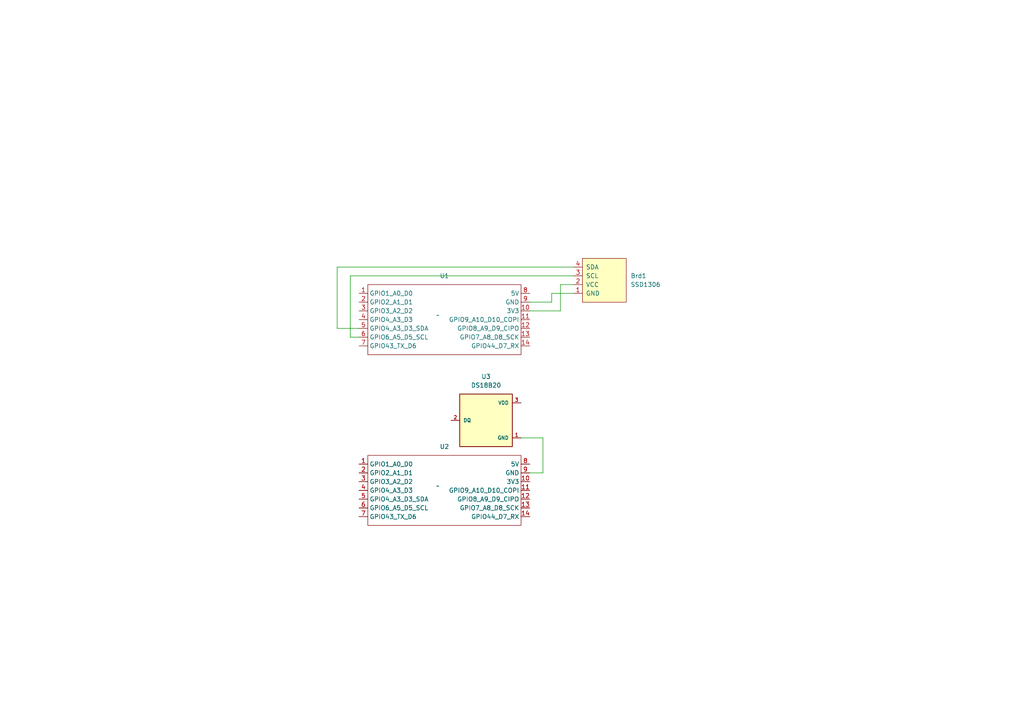
<source format=kicad_sch>
(kicad_sch (version 20230121) (generator eeschema)
  (paper "A4")
  (lib_symbols
    (symbol "DS18B20:DS18B20" (pin_names (offset 1.016))
      (property "Reference" "U" (at -7.6345 7.889 0))
      (property "Value" "DS18B20" (at -7.6233 -7.8775 0))
      (symbol "DS18B20_0_0"
        (rectangle (start -7.62 -7.62) (end 7.62 7.62) (stroke (width 0.254)) (fill (type background)))
        (pin power_in line (at 10.16 -5.08 180) (length 2.54) (name "GND") (number "1"))
        (pin bidirectional line (at -10.16 0 0) (length 2.54) (name "DQ") (number "2"))
        (pin power_in line (at 10.16 5.08 180) (length 2.54) (name "VDD") (number "3"))
      )
    )
    (symbol "demo:XIAO_ESP32_SENSE"
      (property "Reference" "U" (at 0 0 0))
      (symbol "XIAO_ESP32_SENSE_0_1"
        (polyline (pts (xy -20.32 8.89) (xy -20.32 -11.43) (xy 24.13 -11.43) (xy 24.13 8.89) (xy -20.32 8.89)))
      )
      (symbol "XIAO_ESP32_SENSE_1_1"
        (pin bidirectional line (at -22.86 6.35 0) (length 2.54) (name "GPIO1_A0_D0") (number "1"))
        (pin bidirectional line (at 26.67 1.27 180) (length 2.54) (name "3V3") (number "10"))
        (pin bidirectional line (at 26.67 -1.27 180) (length 2.54) (name "GPIO9_A10_D10_COPI") (number "11"))
        (pin bidirectional line (at 26.67 -3.81 180) (length 2.54) (name "GPIO8_A9_D9_CIPO") (number "12"))
        (pin bidirectional line (at 26.67 -6.35 180) (length 2.54) (name "GPIO7_A8_D8_SCK") (number "13"))
        (pin bidirectional line (at 26.67 -8.89 180) (length 2.54) (name "GPIO44_D7_RX") (number "14"))
        (pin bidirectional line (at -22.86 3.81 0) (length 2.54) (name "GPIO2_A1_D1") (number "2"))
        (pin bidirectional line (at -22.86 1.27 0) (length 2.54) (name "GPIO3_A2_D2") (number "3"))
        (pin bidirectional line (at -22.86 -1.27 0) (length 2.54) (name "GPIO4_A3_D3") (number "4"))
        (pin bidirectional line (at -22.86 -3.81 0) (length 2.54) (name "GPIO4_A3_D3_SDA") (number "5"))
        (pin bidirectional line (at -22.86 -6.35 0) (length 2.54) (name "GPIO6_A5_D5_SCL") (number "6"))
        (pin bidirectional line (at -22.86 -8.89 0) (length 2.54) (name "GPIO43_TX_D6") (number "7"))
        (pin bidirectional line (at 26.67 6.35 180) (length 2.54) (name "5V") (number "8"))
        (pin bidirectional line (at 26.67 3.81 180) (length 2.54) (name "GND") (number "9"))
      )
    )
    (symbol "ssd1306:SSD1306" (pin_names (offset 1.016))
      (property "Reference" "Brd" (at 0 -3.81 0))
      (property "Value" "SSD1306" (at 0 -1.27 0))
      (symbol "SSD1306_0_1"
        (rectangle (start -6.35 6.35) (end 6.35 -6.35) (fill (type background)))
      )
      (symbol "SSD1306_1_1"
        (pin input line (at -3.81 8.89 270) (length 2.54) (name "GND") (number "1"))
        (pin input line (at -1.27 8.89 270) (length 2.54) (name "VCC") (number "2"))
        (pin input line (at 1.27 8.89 270) (length 2.54) (name "SCL") (number "3"))
        (pin input line (at 3.81 8.89 270) (length 2.54) (name "SDA") (number "4"))
      )
    )
  )
  (wire (pts (xy 157.48 137.16) (xy 153.67 137.16)))
  (wire (pts (xy 166.37 80.01) (xy 101.6 80.01)))
  (wire (pts (xy 97.79 77.47) (xy 97.79 95.25)))
  (wire (pts (xy 153.67 87.63) (xy 160.02 87.63)))
  (wire (pts (xy 166.37 82.55) (xy 162.56 82.55)))
  (wire (pts (xy 166.37 77.47) (xy 97.79 77.47)))
  (wire (pts (xy 162.56 82.55) (xy 162.56 90.17)))
  (wire (pts (xy 97.79 95.25) (xy 104.14 95.25)))
  (wire (pts (xy 160.02 85.09) (xy 160.02 87.63)))
  (wire (pts (xy 166.37 85.09) (xy 160.02 85.09)))
  (wire (pts (xy 151.13 127) (xy 157.48 127)))
  (wire (pts (xy 101.6 97.79) (xy 104.14 97.79)))
  (wire (pts (xy 157.48 127) (xy 157.48 137.16)))
  (wire (pts (xy 101.6 80.01) (xy 101.6 97.79)))
  (wire (pts (xy 162.56 90.17) (xy 153.67 90.17)))
  (symbol (lib_id "DS18B20:DS18B20") (at 140.97 121.92 0) (unit 1)
    (property "Reference" "U3" (at 140.97 109.22 0))
    (property "Value" "DS18B20" (at 140.97 111.76 0))
    (property "Footprint" "DS18B20:TO-92-TO92127P495H2044-3" (effects hide))
    (property "MF" "Analog Devices" (effects hide))
    (property "Description" "\nTemperature Sensor Digital, Local -55°C ~ 125°C 12 b 8-uMAX/uSOP\n" (effects hide))
    (property "Package" "TO-226-3 Maxim" (effects hide))
    (property "Price" "None" (effects hide))
    (property "Check_prices" "https://www.snapeda.com/parts/DS18B20/Analog+Devices/view-part/?ref=eda" (effects hide))
    (property "STANDARD" "IPC-7251" (effects hide))
    (property "PARTREV" "5" (effects hide))
    (property "SnapEDA_Link" "https://www.snapeda.com/parts/DS18B20/Analog+Devices/view-part/?ref=snap" (effects hide))
    (property "MP" "DS18B20" (effects hide))
    (property "Availability" "In Stock" (effects hide))
    (property "MANUFACTURER" "Maxim Integrated" (effects hide))
  )
  (symbol (lib_id "demo:XIAO_ESP32_SENSE") (at 127 91.44 0) (unit 1)
    (property "Reference" "U1" (at 128.905 80.01 0))
    (property "Value" "~" (at 127 91.44 0))
    (property "Footprint" "esp32_sense:XIAO_ESP32_SENSE" (effects hide))
  )
  (symbol (lib_id "demo:XIAO_ESP32_SENSE") (at 127 140.97 0) (unit 1)
    (property "Reference" "U2" (at 128.905 129.54 0))
    (property "Value" "~" (at 127 140.97 0))
    (property "Footprint" "esp32_sense:XIAO_ESP32_SENSE" (effects hide))
  )
  (symbol (lib_id "ssd1306:SSD1306") (at 175.26 81.28 90) (unit 1)
    (property "Reference" "Brd1" (at 182.88 80.01 90) (effects (justify right)))
    (property "Value" "SSD1306" (at 182.88 82.55 90) (effects (justify right)))
    (property "Footprint" "ssd1306:128x64OLED" (effects hide))
  )
)
</source>
